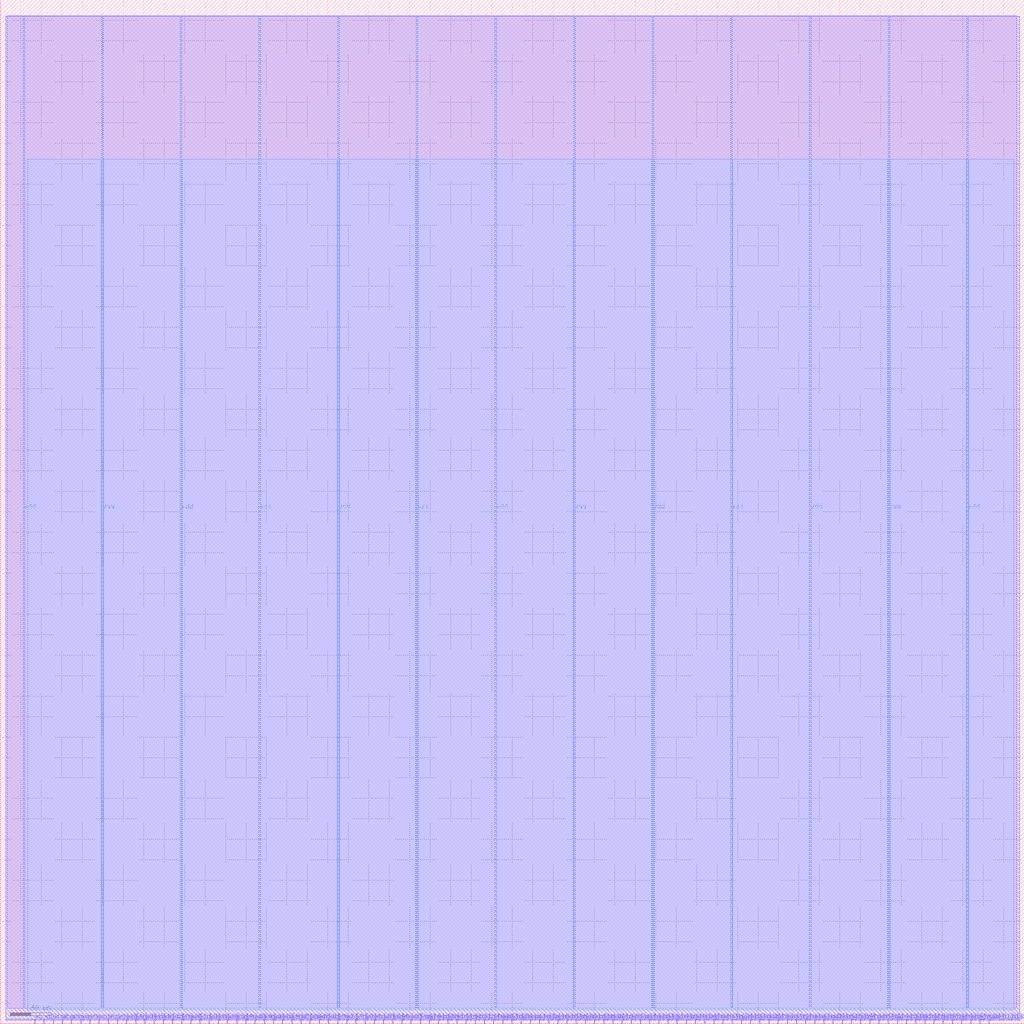
<source format=lef>
VERSION 5.7 ;
  NOWIREEXTENSIONATPIN ON ;
  DIVIDERCHAR "/" ;
  BUSBITCHARS "[]" ;
MACRO gpu
  CLASS BLOCK ;
  FOREIGN gpu ;
  ORIGIN 0.000 0.000 ;
  SIZE 1000.000 BY 1000.000 ;
  PIN user_clock2
    DIRECTION INPUT ;
    USE SIGNAL ;
    PORT
      LAYER Metal2 ;
        RECT 965.440 0.000 966.000 4.000 ;
    END
  END user_clock2
  PIN vdd
    DIRECTION INOUT ;
    USE POWER ;
    PORT
      LAYER Metal4 ;
        RECT 22.240 15.380 23.840 984.220 ;
    END
    PORT
      LAYER Metal4 ;
        RECT 175.840 15.380 177.440 984.220 ;
    END
    PORT
      LAYER Metal4 ;
        RECT 329.440 15.380 331.040 984.220 ;
    END
    PORT
      LAYER Metal4 ;
        RECT 483.040 15.380 484.640 984.220 ;
    END
    PORT
      LAYER Metal4 ;
        RECT 636.640 15.380 638.240 984.220 ;
    END
    PORT
      LAYER Metal4 ;
        RECT 790.240 15.380 791.840 984.220 ;
    END
    PORT
      LAYER Metal4 ;
        RECT 943.840 15.380 945.440 984.220 ;
    END
  END vdd
  PIN vss
    DIRECTION INOUT ;
    USE GROUND ;
    PORT
      LAYER Metal4 ;
        RECT 99.040 15.380 100.640 984.220 ;
    END
    PORT
      LAYER Metal4 ;
        RECT 252.640 15.380 254.240 984.220 ;
    END
    PORT
      LAYER Metal4 ;
        RECT 406.240 15.380 407.840 984.220 ;
    END
    PORT
      LAYER Metal4 ;
        RECT 559.840 15.380 561.440 984.220 ;
    END
    PORT
      LAYER Metal4 ;
        RECT 713.440 15.380 715.040 984.220 ;
    END
    PORT
      LAYER Metal4 ;
        RECT 867.040 15.380 868.640 984.220 ;
    END
  END vss
  PIN wb_clk_i
    DIRECTION INPUT ;
    USE SIGNAL ;
    ANTENNAGATEAREA 4.738000 ;
    ANTENNADIFFAREA 0.410400 ;
    PORT
      LAYER Metal2 ;
        RECT 33.600 0.000 34.160 4.000 ;
    END
  END wb_clk_i
  PIN wb_rst_i
    DIRECTION INPUT ;
    USE SIGNAL ;
    ANTENNAGATEAREA 0.741000 ;
    ANTENNADIFFAREA 0.410400 ;
    PORT
      LAYER Metal2 ;
        RECT 42.560 0.000 43.120 4.000 ;
    END
  END wb_rst_i
  PIN wbs_ack_o
    DIRECTION OUTPUT TRISTATE ;
    USE SIGNAL ;
    ANTENNADIFFAREA 2.080400 ;
    PORT
      LAYER Metal2 ;
        RECT 51.520 0.000 52.080 4.000 ;
    END
  END wbs_ack_o
  PIN wbs_adr_i[10]
    DIRECTION INPUT ;
    USE SIGNAL ;
    ANTENNAGATEAREA 0.741000 ;
    ANTENNADIFFAREA 0.410400 ;
    PORT
      LAYER Metal2 ;
        RECT 374.080 0.000 374.640 4.000 ;
    END
  END wbs_adr_i[10]
  PIN wbs_adr_i[11]
    DIRECTION INPUT ;
    USE SIGNAL ;
    ANTENNAGATEAREA 0.741000 ;
    ANTENNADIFFAREA 0.410400 ;
    PORT
      LAYER Metal2 ;
        RECT 400.960 0.000 401.520 4.000 ;
    END
  END wbs_adr_i[11]
  PIN wbs_adr_i[12]
    DIRECTION INPUT ;
    USE SIGNAL ;
    ANTENNAGATEAREA 0.741000 ;
    ANTENNADIFFAREA 0.410400 ;
    PORT
      LAYER Metal2 ;
        RECT 427.840 0.000 428.400 4.000 ;
    END
  END wbs_adr_i[12]
  PIN wbs_adr_i[13]
    DIRECTION INPUT ;
    USE SIGNAL ;
    ANTENNAGATEAREA 0.741000 ;
    ANTENNADIFFAREA 0.410400 ;
    PORT
      LAYER Metal2 ;
        RECT 454.720 0.000 455.280 4.000 ;
    END
  END wbs_adr_i[13]
  PIN wbs_adr_i[14]
    DIRECTION INPUT ;
    USE SIGNAL ;
    ANTENNAGATEAREA 0.741000 ;
    ANTENNADIFFAREA 0.410400 ;
    PORT
      LAYER Metal2 ;
        RECT 481.600 0.000 482.160 4.000 ;
    END
  END wbs_adr_i[14]
  PIN wbs_adr_i[15]
    DIRECTION INPUT ;
    USE SIGNAL ;
    ANTENNAGATEAREA 0.741000 ;
    ANTENNADIFFAREA 0.410400 ;
    PORT
      LAYER Metal2 ;
        RECT 508.480 0.000 509.040 4.000 ;
    END
  END wbs_adr_i[15]
  PIN wbs_adr_i[16]
    DIRECTION INPUT ;
    USE SIGNAL ;
    ANTENNAGATEAREA 0.741000 ;
    ANTENNADIFFAREA 0.410400 ;
    PORT
      LAYER Metal2 ;
        RECT 535.360 0.000 535.920 4.000 ;
    END
  END wbs_adr_i[16]
  PIN wbs_adr_i[17]
    DIRECTION INPUT ;
    USE SIGNAL ;
    ANTENNAGATEAREA 0.726000 ;
    ANTENNADIFFAREA 0.410400 ;
    PORT
      LAYER Metal2 ;
        RECT 562.240 0.000 562.800 4.000 ;
    END
  END wbs_adr_i[17]
  PIN wbs_adr_i[18]
    DIRECTION INPUT ;
    USE SIGNAL ;
    ANTENNAGATEAREA 0.741000 ;
    ANTENNADIFFAREA 0.410400 ;
    PORT
      LAYER Metal2 ;
        RECT 589.120 0.000 589.680 4.000 ;
    END
  END wbs_adr_i[18]
  PIN wbs_adr_i[19]
    DIRECTION INPUT ;
    USE SIGNAL ;
    ANTENNAGATEAREA 0.726000 ;
    ANTENNADIFFAREA 0.410400 ;
    PORT
      LAYER Metal2 ;
        RECT 616.000 0.000 616.560 4.000 ;
    END
  END wbs_adr_i[19]
  PIN wbs_adr_i[20]
    DIRECTION INPUT ;
    USE SIGNAL ;
    ANTENNAGATEAREA 0.741000 ;
    ANTENNADIFFAREA 0.410400 ;
    PORT
      LAYER Metal2 ;
        RECT 642.880 0.000 643.440 4.000 ;
    END
  END wbs_adr_i[20]
  PIN wbs_adr_i[21]
    DIRECTION INPUT ;
    USE SIGNAL ;
    ANTENNAGATEAREA 0.741000 ;
    ANTENNADIFFAREA 0.410400 ;
    PORT
      LAYER Metal2 ;
        RECT 669.760 0.000 670.320 4.000 ;
    END
  END wbs_adr_i[21]
  PIN wbs_adr_i[22]
    DIRECTION INPUT ;
    USE SIGNAL ;
    ANTENNAGATEAREA 0.741000 ;
    ANTENNADIFFAREA 0.410400 ;
    PORT
      LAYER Metal2 ;
        RECT 696.640 0.000 697.200 4.000 ;
    END
  END wbs_adr_i[22]
  PIN wbs_adr_i[23]
    DIRECTION INPUT ;
    USE SIGNAL ;
    ANTENNAGATEAREA 0.741000 ;
    ANTENNADIFFAREA 0.410400 ;
    PORT
      LAYER Metal2 ;
        RECT 723.520 0.000 724.080 4.000 ;
    END
  END wbs_adr_i[23]
  PIN wbs_adr_i[24]
    DIRECTION INPUT ;
    USE SIGNAL ;
    ANTENNAGATEAREA 0.498500 ;
    ANTENNADIFFAREA 0.410400 ;
    PORT
      LAYER Metal2 ;
        RECT 750.400 0.000 750.960 4.000 ;
    END
  END wbs_adr_i[24]
  PIN wbs_adr_i[25]
    DIRECTION INPUT ;
    USE SIGNAL ;
    ANTENNAGATEAREA 0.741000 ;
    ANTENNADIFFAREA 0.410400 ;
    PORT
      LAYER Metal2 ;
        RECT 777.280 0.000 777.840 4.000 ;
    END
  END wbs_adr_i[25]
  PIN wbs_adr_i[26]
    DIRECTION INPUT ;
    USE SIGNAL ;
    ANTENNAGATEAREA 0.741000 ;
    ANTENNADIFFAREA 0.410400 ;
    PORT
      LAYER Metal2 ;
        RECT 804.160 0.000 804.720 4.000 ;
    END
  END wbs_adr_i[26]
  PIN wbs_adr_i[27]
    DIRECTION INPUT ;
    USE SIGNAL ;
    ANTENNAGATEAREA 0.741000 ;
    ANTENNADIFFAREA 0.410400 ;
    PORT
      LAYER Metal2 ;
        RECT 831.040 0.000 831.600 4.000 ;
    END
  END wbs_adr_i[27]
  PIN wbs_adr_i[28]
    DIRECTION INPUT ;
    USE SIGNAL ;
    ANTENNAGATEAREA 0.741000 ;
    ANTENNADIFFAREA 0.410400 ;
    PORT
      LAYER Metal2 ;
        RECT 857.920 0.000 858.480 4.000 ;
    END
  END wbs_adr_i[28]
  PIN wbs_adr_i[29]
    DIRECTION INPUT ;
    USE SIGNAL ;
    ANTENNAGATEAREA 0.741000 ;
    ANTENNADIFFAREA 0.410400 ;
    PORT
      LAYER Metal2 ;
        RECT 884.800 0.000 885.360 4.000 ;
    END
  END wbs_adr_i[29]
  PIN wbs_adr_i[2]
    DIRECTION INPUT ;
    USE SIGNAL ;
    ANTENNAGATEAREA 1.183000 ;
    ANTENNADIFFAREA 0.410400 ;
    PORT
      LAYER Metal2 ;
        RECT 141.120 0.000 141.680 4.000 ;
    END
  END wbs_adr_i[2]
  PIN wbs_adr_i[30]
    DIRECTION INPUT ;
    USE SIGNAL ;
    ANTENNAGATEAREA 0.741000 ;
    ANTENNADIFFAREA 0.410400 ;
    PORT
      LAYER Metal2 ;
        RECT 911.680 0.000 912.240 4.000 ;
    END
  END wbs_adr_i[30]
  PIN wbs_adr_i[31]
    DIRECTION INPUT ;
    USE SIGNAL ;
    ANTENNAGATEAREA 0.741000 ;
    ANTENNADIFFAREA 0.410400 ;
    PORT
      LAYER Metal2 ;
        RECT 938.560 0.000 939.120 4.000 ;
    END
  END wbs_adr_i[31]
  PIN wbs_adr_i[3]
    DIRECTION INPUT ;
    USE SIGNAL ;
    ANTENNAGATEAREA 1.102000 ;
    ANTENNADIFFAREA 0.410400 ;
    PORT
      LAYER Metal2 ;
        RECT 176.960 0.000 177.520 4.000 ;
    END
  END wbs_adr_i[3]
  PIN wbs_adr_i[4]
    DIRECTION INPUT ;
    USE SIGNAL ;
    ANTENNAGATEAREA 1.102000 ;
    ANTENNADIFFAREA 0.410400 ;
    PORT
      LAYER Metal2 ;
        RECT 212.800 0.000 213.360 4.000 ;
    END
  END wbs_adr_i[4]
  PIN wbs_adr_i[5]
    DIRECTION INPUT ;
    USE SIGNAL ;
    ANTENNAGATEAREA 1.102000 ;
    ANTENNADIFFAREA 0.410400 ;
    PORT
      LAYER Metal2 ;
        RECT 239.680 0.000 240.240 4.000 ;
    END
  END wbs_adr_i[5]
  PIN wbs_adr_i[6]
    DIRECTION INPUT ;
    USE SIGNAL ;
    ANTENNAGATEAREA 1.102000 ;
    ANTENNADIFFAREA 0.410400 ;
    PORT
      LAYER Metal2 ;
        RECT 266.560 0.000 267.120 4.000 ;
    END
  END wbs_adr_i[6]
  PIN wbs_adr_i[7]
    DIRECTION INPUT ;
    USE SIGNAL ;
    ANTENNAGATEAREA 0.498500 ;
    ANTENNADIFFAREA 0.410400 ;
    PORT
      LAYER Metal2 ;
        RECT 293.440 0.000 294.000 4.000 ;
    END
  END wbs_adr_i[7]
  PIN wbs_adr_i[8]
    DIRECTION INPUT ;
    USE SIGNAL ;
    ANTENNAGATEAREA 0.741000 ;
    ANTENNADIFFAREA 0.410400 ;
    PORT
      LAYER Metal2 ;
        RECT 320.320 0.000 320.880 4.000 ;
    END
  END wbs_adr_i[8]
  PIN wbs_adr_i[9]
    DIRECTION INPUT ;
    USE SIGNAL ;
    ANTENNAGATEAREA 0.741000 ;
    ANTENNADIFFAREA 0.410400 ;
    PORT
      LAYER Metal2 ;
        RECT 347.200 0.000 347.760 4.000 ;
    END
  END wbs_adr_i[9]
  PIN wbs_cyc_i
    DIRECTION INPUT ;
    USE SIGNAL ;
    ANTENNAGATEAREA 0.498500 ;
    ANTENNADIFFAREA 0.410400 ;
    PORT
      LAYER Metal2 ;
        RECT 60.480 0.000 61.040 4.000 ;
    END
  END wbs_cyc_i
  PIN wbs_dat_i[0]
    DIRECTION INPUT ;
    USE SIGNAL ;
    ANTENNAGATEAREA 0.498500 ;
    ANTENNADIFFAREA 0.410400 ;
    PORT
      LAYER Metal2 ;
        RECT 87.360 0.000 87.920 4.000 ;
    END
  END wbs_dat_i[0]
  PIN wbs_dat_i[10]
    DIRECTION INPUT ;
    USE SIGNAL ;
    ANTENNAGATEAREA 0.741000 ;
    ANTENNADIFFAREA 0.410400 ;
    PORT
      LAYER Metal2 ;
        RECT 383.040 0.000 383.600 4.000 ;
    END
  END wbs_dat_i[10]
  PIN wbs_dat_i[11]
    DIRECTION INPUT ;
    USE SIGNAL ;
    ANTENNAGATEAREA 0.498500 ;
    ANTENNADIFFAREA 0.410400 ;
    PORT
      LAYER Metal2 ;
        RECT 409.920 0.000 410.480 4.000 ;
    END
  END wbs_dat_i[11]
  PIN wbs_dat_i[12]
    DIRECTION INPUT ;
    USE SIGNAL ;
    ANTENNAGATEAREA 0.741000 ;
    ANTENNADIFFAREA 0.410400 ;
    PORT
      LAYER Metal2 ;
        RECT 436.800 0.000 437.360 4.000 ;
    END
  END wbs_dat_i[12]
  PIN wbs_dat_i[13]
    DIRECTION INPUT ;
    USE SIGNAL ;
    ANTENNAGATEAREA 0.741000 ;
    ANTENNADIFFAREA 0.410400 ;
    PORT
      LAYER Metal2 ;
        RECT 463.680 0.000 464.240 4.000 ;
    END
  END wbs_dat_i[13]
  PIN wbs_dat_i[14]
    DIRECTION INPUT ;
    USE SIGNAL ;
    ANTENNAGATEAREA 0.498500 ;
    ANTENNADIFFAREA 0.410400 ;
    PORT
      LAYER Metal2 ;
        RECT 490.560 0.000 491.120 4.000 ;
    END
  END wbs_dat_i[14]
  PIN wbs_dat_i[15]
    DIRECTION INPUT ;
    USE SIGNAL ;
    ANTENNAGATEAREA 0.498500 ;
    ANTENNADIFFAREA 0.410400 ;
    PORT
      LAYER Metal2 ;
        RECT 517.440 0.000 518.000 4.000 ;
    END
  END wbs_dat_i[15]
  PIN wbs_dat_i[16]
    DIRECTION INPUT ;
    USE SIGNAL ;
    ANTENNAGATEAREA 0.741000 ;
    ANTENNADIFFAREA 0.410400 ;
    PORT
      LAYER Metal2 ;
        RECT 544.320 0.000 544.880 4.000 ;
    END
  END wbs_dat_i[16]
  PIN wbs_dat_i[17]
    DIRECTION INPUT ;
    USE SIGNAL ;
    ANTENNAGATEAREA 0.741000 ;
    ANTENNADIFFAREA 0.410400 ;
    PORT
      LAYER Metal2 ;
        RECT 571.200 0.000 571.760 4.000 ;
    END
  END wbs_dat_i[17]
  PIN wbs_dat_i[18]
    DIRECTION INPUT ;
    USE SIGNAL ;
    ANTENNAGATEAREA 0.741000 ;
    ANTENNADIFFAREA 0.410400 ;
    PORT
      LAYER Metal2 ;
        RECT 598.080 0.000 598.640 4.000 ;
    END
  END wbs_dat_i[18]
  PIN wbs_dat_i[19]
    DIRECTION INPUT ;
    USE SIGNAL ;
    ANTENNAGATEAREA 0.741000 ;
    ANTENNADIFFAREA 0.410400 ;
    PORT
      LAYER Metal2 ;
        RECT 624.960 0.000 625.520 4.000 ;
    END
  END wbs_dat_i[19]
  PIN wbs_dat_i[1]
    DIRECTION INPUT ;
    USE SIGNAL ;
    ANTENNAGATEAREA 0.498500 ;
    ANTENNADIFFAREA 0.410400 ;
    PORT
      LAYER Metal2 ;
        RECT 114.240 0.000 114.800 4.000 ;
    END
  END wbs_dat_i[1]
  PIN wbs_dat_i[20]
    DIRECTION INPUT ;
    USE SIGNAL ;
    ANTENNAGATEAREA 0.741000 ;
    ANTENNADIFFAREA 0.410400 ;
    PORT
      LAYER Metal2 ;
        RECT 651.840 0.000 652.400 4.000 ;
    END
  END wbs_dat_i[20]
  PIN wbs_dat_i[21]
    DIRECTION INPUT ;
    USE SIGNAL ;
    ANTENNAGATEAREA 0.741000 ;
    ANTENNADIFFAREA 0.410400 ;
    PORT
      LAYER Metal2 ;
        RECT 678.720 0.000 679.280 4.000 ;
    END
  END wbs_dat_i[21]
  PIN wbs_dat_i[22]
    DIRECTION INPUT ;
    USE SIGNAL ;
    ANTENNAGATEAREA 0.741000 ;
    ANTENNADIFFAREA 0.410400 ;
    PORT
      LAYER Metal2 ;
        RECT 705.600 0.000 706.160 4.000 ;
    END
  END wbs_dat_i[22]
  PIN wbs_dat_i[23]
    DIRECTION INPUT ;
    USE SIGNAL ;
    ANTENNAGATEAREA 0.741000 ;
    ANTENNADIFFAREA 0.410400 ;
    PORT
      LAYER Metal2 ;
        RECT 732.480 0.000 733.040 4.000 ;
    END
  END wbs_dat_i[23]
  PIN wbs_dat_i[24]
    DIRECTION INPUT ;
    USE SIGNAL ;
    ANTENNAGATEAREA 0.741000 ;
    ANTENNADIFFAREA 0.410400 ;
    PORT
      LAYER Metal2 ;
        RECT 759.360 0.000 759.920 4.000 ;
    END
  END wbs_dat_i[24]
  PIN wbs_dat_i[25]
    DIRECTION INPUT ;
    USE SIGNAL ;
    ANTENNAGATEAREA 0.741000 ;
    ANTENNADIFFAREA 0.410400 ;
    PORT
      LAYER Metal2 ;
        RECT 786.240 0.000 786.800 4.000 ;
    END
  END wbs_dat_i[25]
  PIN wbs_dat_i[26]
    DIRECTION INPUT ;
    USE SIGNAL ;
    ANTENNAGATEAREA 0.741000 ;
    ANTENNADIFFAREA 0.410400 ;
    PORT
      LAYER Metal2 ;
        RECT 813.120 0.000 813.680 4.000 ;
    END
  END wbs_dat_i[26]
  PIN wbs_dat_i[27]
    DIRECTION INPUT ;
    USE SIGNAL ;
    ANTENNAGATEAREA 0.741000 ;
    ANTENNADIFFAREA 0.410400 ;
    PORT
      LAYER Metal2 ;
        RECT 840.000 0.000 840.560 4.000 ;
    END
  END wbs_dat_i[27]
  PIN wbs_dat_i[28]
    DIRECTION INPUT ;
    USE SIGNAL ;
    ANTENNAGATEAREA 0.741000 ;
    ANTENNADIFFAREA 0.410400 ;
    PORT
      LAYER Metal2 ;
        RECT 866.880 0.000 867.440 4.000 ;
    END
  END wbs_dat_i[28]
  PIN wbs_dat_i[29]
    DIRECTION INPUT ;
    USE SIGNAL ;
    ANTENNAGATEAREA 0.741000 ;
    ANTENNADIFFAREA 0.410400 ;
    PORT
      LAYER Metal2 ;
        RECT 893.760 0.000 894.320 4.000 ;
    END
  END wbs_dat_i[29]
  PIN wbs_dat_i[2]
    DIRECTION INPUT ;
    USE SIGNAL ;
    ANTENNAGATEAREA 0.498500 ;
    ANTENNADIFFAREA 0.410400 ;
    PORT
      LAYER Metal2 ;
        RECT 150.080 0.000 150.640 4.000 ;
    END
  END wbs_dat_i[2]
  PIN wbs_dat_i[30]
    DIRECTION INPUT ;
    USE SIGNAL ;
    ANTENNAGATEAREA 0.741000 ;
    ANTENNADIFFAREA 0.410400 ;
    PORT
      LAYER Metal2 ;
        RECT 920.640 0.000 921.200 4.000 ;
    END
  END wbs_dat_i[30]
  PIN wbs_dat_i[31]
    DIRECTION INPUT ;
    USE SIGNAL ;
    ANTENNAGATEAREA 0.498500 ;
    ANTENNADIFFAREA 0.410400 ;
    PORT
      LAYER Metal2 ;
        RECT 947.520 0.000 948.080 4.000 ;
    END
  END wbs_dat_i[31]
  PIN wbs_dat_i[3]
    DIRECTION INPUT ;
    USE SIGNAL ;
    ANTENNAGATEAREA 0.498500 ;
    ANTENNADIFFAREA 0.410400 ;
    PORT
      LAYER Metal2 ;
        RECT 185.920 0.000 186.480 4.000 ;
    END
  END wbs_dat_i[3]
  PIN wbs_dat_i[4]
    DIRECTION INPUT ;
    USE SIGNAL ;
    ANTENNAGATEAREA 0.741000 ;
    ANTENNADIFFAREA 0.410400 ;
    PORT
      LAYER Metal2 ;
        RECT 221.760 0.000 222.320 4.000 ;
    END
  END wbs_dat_i[4]
  PIN wbs_dat_i[5]
    DIRECTION INPUT ;
    USE SIGNAL ;
    ANTENNAGATEAREA 0.741000 ;
    ANTENNADIFFAREA 0.410400 ;
    PORT
      LAYER Metal2 ;
        RECT 248.640 0.000 249.200 4.000 ;
    END
  END wbs_dat_i[5]
  PIN wbs_dat_i[6]
    DIRECTION INPUT ;
    USE SIGNAL ;
    ANTENNAGATEAREA 0.741000 ;
    ANTENNADIFFAREA 0.410400 ;
    PORT
      LAYER Metal2 ;
        RECT 275.520 0.000 276.080 4.000 ;
    END
  END wbs_dat_i[6]
  PIN wbs_dat_i[7]
    DIRECTION INPUT ;
    USE SIGNAL ;
    ANTENNAGATEAREA 0.741000 ;
    ANTENNADIFFAREA 0.410400 ;
    PORT
      LAYER Metal2 ;
        RECT 302.400 0.000 302.960 4.000 ;
    END
  END wbs_dat_i[7]
  PIN wbs_dat_i[8]
    DIRECTION INPUT ;
    USE SIGNAL ;
    ANTENNAGATEAREA 0.498500 ;
    ANTENNADIFFAREA 0.410400 ;
    PORT
      LAYER Metal2 ;
        RECT 329.280 0.000 329.840 4.000 ;
    END
  END wbs_dat_i[8]
  PIN wbs_dat_i[9]
    DIRECTION INPUT ;
    USE SIGNAL ;
    ANTENNAGATEAREA 0.741000 ;
    ANTENNADIFFAREA 0.410400 ;
    PORT
      LAYER Metal2 ;
        RECT 356.160 0.000 356.720 4.000 ;
    END
  END wbs_dat_i[9]
  PIN wbs_dat_o[0]
    DIRECTION OUTPUT TRISTATE ;
    USE SIGNAL ;
    ANTENNADIFFAREA 2.080400 ;
    PORT
      LAYER Metal2 ;
        RECT 96.320 0.000 96.880 4.000 ;
    END
  END wbs_dat_o[0]
  PIN wbs_dat_o[10]
    DIRECTION OUTPUT TRISTATE ;
    USE SIGNAL ;
    ANTENNADIFFAREA 2.080400 ;
    PORT
      LAYER Metal2 ;
        RECT 392.000 0.000 392.560 4.000 ;
    END
  END wbs_dat_o[10]
  PIN wbs_dat_o[11]
    DIRECTION OUTPUT TRISTATE ;
    USE SIGNAL ;
    ANTENNADIFFAREA 2.080400 ;
    PORT
      LAYER Metal2 ;
        RECT 418.880 0.000 419.440 4.000 ;
    END
  END wbs_dat_o[11]
  PIN wbs_dat_o[12]
    DIRECTION OUTPUT TRISTATE ;
    USE SIGNAL ;
    ANTENNADIFFAREA 2.080400 ;
    PORT
      LAYER Metal2 ;
        RECT 445.760 0.000 446.320 4.000 ;
    END
  END wbs_dat_o[12]
  PIN wbs_dat_o[13]
    DIRECTION OUTPUT TRISTATE ;
    USE SIGNAL ;
    ANTENNADIFFAREA 2.080400 ;
    PORT
      LAYER Metal2 ;
        RECT 472.640 0.000 473.200 4.000 ;
    END
  END wbs_dat_o[13]
  PIN wbs_dat_o[14]
    DIRECTION OUTPUT TRISTATE ;
    USE SIGNAL ;
    ANTENNADIFFAREA 2.080400 ;
    PORT
      LAYER Metal2 ;
        RECT 499.520 0.000 500.080 4.000 ;
    END
  END wbs_dat_o[14]
  PIN wbs_dat_o[15]
    DIRECTION OUTPUT TRISTATE ;
    USE SIGNAL ;
    ANTENNADIFFAREA 2.080400 ;
    PORT
      LAYER Metal2 ;
        RECT 526.400 0.000 526.960 4.000 ;
    END
  END wbs_dat_o[15]
  PIN wbs_dat_o[16]
    DIRECTION OUTPUT TRISTATE ;
    USE SIGNAL ;
    ANTENNADIFFAREA 2.080400 ;
    PORT
      LAYER Metal2 ;
        RECT 553.280 0.000 553.840 4.000 ;
    END
  END wbs_dat_o[16]
  PIN wbs_dat_o[17]
    DIRECTION OUTPUT TRISTATE ;
    USE SIGNAL ;
    ANTENNADIFFAREA 2.080400 ;
    PORT
      LAYER Metal2 ;
        RECT 580.160 0.000 580.720 4.000 ;
    END
  END wbs_dat_o[17]
  PIN wbs_dat_o[18]
    DIRECTION OUTPUT TRISTATE ;
    USE SIGNAL ;
    ANTENNADIFFAREA 2.080400 ;
    PORT
      LAYER Metal2 ;
        RECT 607.040 0.000 607.600 4.000 ;
    END
  END wbs_dat_o[18]
  PIN wbs_dat_o[19]
    DIRECTION OUTPUT TRISTATE ;
    USE SIGNAL ;
    ANTENNADIFFAREA 2.080400 ;
    PORT
      LAYER Metal2 ;
        RECT 633.920 0.000 634.480 4.000 ;
    END
  END wbs_dat_o[19]
  PIN wbs_dat_o[1]
    DIRECTION OUTPUT TRISTATE ;
    USE SIGNAL ;
    ANTENNADIFFAREA 2.080400 ;
    PORT
      LAYER Metal2 ;
        RECT 123.200 0.000 123.760 4.000 ;
    END
  END wbs_dat_o[1]
  PIN wbs_dat_o[20]
    DIRECTION OUTPUT TRISTATE ;
    USE SIGNAL ;
    ANTENNADIFFAREA 2.080400 ;
    PORT
      LAYER Metal2 ;
        RECT 660.800 0.000 661.360 4.000 ;
    END
  END wbs_dat_o[20]
  PIN wbs_dat_o[21]
    DIRECTION OUTPUT TRISTATE ;
    USE SIGNAL ;
    ANTENNADIFFAREA 2.080400 ;
    PORT
      LAYER Metal2 ;
        RECT 687.680 0.000 688.240 4.000 ;
    END
  END wbs_dat_o[21]
  PIN wbs_dat_o[22]
    DIRECTION OUTPUT TRISTATE ;
    USE SIGNAL ;
    ANTENNADIFFAREA 2.080400 ;
    PORT
      LAYER Metal2 ;
        RECT 714.560 0.000 715.120 4.000 ;
    END
  END wbs_dat_o[22]
  PIN wbs_dat_o[23]
    DIRECTION OUTPUT TRISTATE ;
    USE SIGNAL ;
    ANTENNADIFFAREA 2.080400 ;
    PORT
      LAYER Metal2 ;
        RECT 741.440 0.000 742.000 4.000 ;
    END
  END wbs_dat_o[23]
  PIN wbs_dat_o[24]
    DIRECTION OUTPUT TRISTATE ;
    USE SIGNAL ;
    ANTENNADIFFAREA 2.080400 ;
    PORT
      LAYER Metal2 ;
        RECT 768.320 0.000 768.880 4.000 ;
    END
  END wbs_dat_o[24]
  PIN wbs_dat_o[25]
    DIRECTION OUTPUT TRISTATE ;
    USE SIGNAL ;
    ANTENNADIFFAREA 2.080400 ;
    PORT
      LAYER Metal2 ;
        RECT 795.200 0.000 795.760 4.000 ;
    END
  END wbs_dat_o[25]
  PIN wbs_dat_o[26]
    DIRECTION OUTPUT TRISTATE ;
    USE SIGNAL ;
    ANTENNADIFFAREA 2.080400 ;
    PORT
      LAYER Metal2 ;
        RECT 822.080 0.000 822.640 4.000 ;
    END
  END wbs_dat_o[26]
  PIN wbs_dat_o[27]
    DIRECTION OUTPUT TRISTATE ;
    USE SIGNAL ;
    ANTENNADIFFAREA 2.080400 ;
    PORT
      LAYER Metal2 ;
        RECT 848.960 0.000 849.520 4.000 ;
    END
  END wbs_dat_o[27]
  PIN wbs_dat_o[28]
    DIRECTION OUTPUT TRISTATE ;
    USE SIGNAL ;
    ANTENNADIFFAREA 2.080400 ;
    PORT
      LAYER Metal2 ;
        RECT 875.840 0.000 876.400 4.000 ;
    END
  END wbs_dat_o[28]
  PIN wbs_dat_o[29]
    DIRECTION OUTPUT TRISTATE ;
    USE SIGNAL ;
    ANTENNADIFFAREA 2.080400 ;
    PORT
      LAYER Metal2 ;
        RECT 902.720 0.000 903.280 4.000 ;
    END
  END wbs_dat_o[29]
  PIN wbs_dat_o[2]
    DIRECTION OUTPUT TRISTATE ;
    USE SIGNAL ;
    ANTENNADIFFAREA 2.080400 ;
    PORT
      LAYER Metal2 ;
        RECT 159.040 0.000 159.600 4.000 ;
    END
  END wbs_dat_o[2]
  PIN wbs_dat_o[30]
    DIRECTION OUTPUT TRISTATE ;
    USE SIGNAL ;
    ANTENNADIFFAREA 2.080400 ;
    PORT
      LAYER Metal2 ;
        RECT 929.600 0.000 930.160 4.000 ;
    END
  END wbs_dat_o[30]
  PIN wbs_dat_o[31]
    DIRECTION OUTPUT TRISTATE ;
    USE SIGNAL ;
    ANTENNADIFFAREA 2.080400 ;
    PORT
      LAYER Metal2 ;
        RECT 956.480 0.000 957.040 4.000 ;
    END
  END wbs_dat_o[31]
  PIN wbs_dat_o[3]
    DIRECTION OUTPUT TRISTATE ;
    USE SIGNAL ;
    ANTENNADIFFAREA 2.080400 ;
    PORT
      LAYER Metal2 ;
        RECT 194.880 0.000 195.440 4.000 ;
    END
  END wbs_dat_o[3]
  PIN wbs_dat_o[4]
    DIRECTION OUTPUT TRISTATE ;
    USE SIGNAL ;
    ANTENNADIFFAREA 2.080400 ;
    PORT
      LAYER Metal2 ;
        RECT 230.720 0.000 231.280 4.000 ;
    END
  END wbs_dat_o[4]
  PIN wbs_dat_o[5]
    DIRECTION OUTPUT TRISTATE ;
    USE SIGNAL ;
    ANTENNADIFFAREA 2.080400 ;
    PORT
      LAYER Metal2 ;
        RECT 257.600 0.000 258.160 4.000 ;
    END
  END wbs_dat_o[5]
  PIN wbs_dat_o[6]
    DIRECTION OUTPUT TRISTATE ;
    USE SIGNAL ;
    ANTENNADIFFAREA 2.080400 ;
    PORT
      LAYER Metal2 ;
        RECT 284.480 0.000 285.040 4.000 ;
    END
  END wbs_dat_o[6]
  PIN wbs_dat_o[7]
    DIRECTION OUTPUT TRISTATE ;
    USE SIGNAL ;
    ANTENNADIFFAREA 2.080400 ;
    PORT
      LAYER Metal2 ;
        RECT 311.360 0.000 311.920 4.000 ;
    END
  END wbs_dat_o[7]
  PIN wbs_dat_o[8]
    DIRECTION OUTPUT TRISTATE ;
    USE SIGNAL ;
    ANTENNADIFFAREA 2.080400 ;
    PORT
      LAYER Metal2 ;
        RECT 338.240 0.000 338.800 4.000 ;
    END
  END wbs_dat_o[8]
  PIN wbs_dat_o[9]
    DIRECTION OUTPUT TRISTATE ;
    USE SIGNAL ;
    ANTENNADIFFAREA 2.080400 ;
    PORT
      LAYER Metal2 ;
        RECT 365.120 0.000 365.680 4.000 ;
    END
  END wbs_dat_o[9]
  PIN wbs_sel_i[0]
    DIRECTION INPUT ;
    USE SIGNAL ;
    ANTENNAGATEAREA 0.498500 ;
    ANTENNADIFFAREA 0.410400 ;
    PORT
      LAYER Metal2 ;
        RECT 105.280 0.000 105.840 4.000 ;
    END
  END wbs_sel_i[0]
  PIN wbs_sel_i[1]
    DIRECTION INPUT ;
    USE SIGNAL ;
    ANTENNAGATEAREA 0.726000 ;
    ANTENNADIFFAREA 0.410400 ;
    PORT
      LAYER Metal2 ;
        RECT 132.160 0.000 132.720 4.000 ;
    END
  END wbs_sel_i[1]
  PIN wbs_sel_i[2]
    DIRECTION INPUT ;
    USE SIGNAL ;
    ANTENNAGATEAREA 0.726000 ;
    ANTENNADIFFAREA 0.410400 ;
    PORT
      LAYER Metal2 ;
        RECT 168.000 0.000 168.560 4.000 ;
    END
  END wbs_sel_i[2]
  PIN wbs_sel_i[3]
    DIRECTION INPUT ;
    USE SIGNAL ;
    ANTENNAGATEAREA 1.183000 ;
    ANTENNADIFFAREA 0.410400 ;
    PORT
      LAYER Metal2 ;
        RECT 203.840 0.000 204.400 4.000 ;
    END
  END wbs_sel_i[3]
  PIN wbs_stb_i
    DIRECTION INPUT ;
    USE SIGNAL ;
    ANTENNAGATEAREA 0.498500 ;
    ANTENNADIFFAREA 0.410400 ;
    PORT
      LAYER Metal2 ;
        RECT 69.440 0.000 70.000 4.000 ;
    END
  END wbs_stb_i
  PIN wbs_we_i
    DIRECTION INPUT ;
    USE SIGNAL ;
    ANTENNAGATEAREA 1.183000 ;
    ANTENNADIFFAREA 0.410400 ;
    PORT
      LAYER Metal2 ;
        RECT 78.400 0.000 78.960 4.000 ;
    END
  END wbs_we_i
  OBS
      LAYER Metal1 ;
        RECT 6.720 15.380 992.880 984.220 ;
      LAYER Metal2 ;
        RECT 5.180 4.300 995.540 984.110 ;
        RECT 5.180 3.500 33.300 4.300 ;
        RECT 34.460 3.500 42.260 4.300 ;
        RECT 43.420 3.500 51.220 4.300 ;
        RECT 52.380 3.500 60.180 4.300 ;
        RECT 61.340 3.500 69.140 4.300 ;
        RECT 70.300 3.500 78.100 4.300 ;
        RECT 79.260 3.500 87.060 4.300 ;
        RECT 88.220 3.500 96.020 4.300 ;
        RECT 97.180 3.500 104.980 4.300 ;
        RECT 106.140 3.500 113.940 4.300 ;
        RECT 115.100 3.500 122.900 4.300 ;
        RECT 124.060 3.500 131.860 4.300 ;
        RECT 133.020 3.500 140.820 4.300 ;
        RECT 141.980 3.500 149.780 4.300 ;
        RECT 150.940 3.500 158.740 4.300 ;
        RECT 159.900 3.500 167.700 4.300 ;
        RECT 168.860 3.500 176.660 4.300 ;
        RECT 177.820 3.500 185.620 4.300 ;
        RECT 186.780 3.500 194.580 4.300 ;
        RECT 195.740 3.500 203.540 4.300 ;
        RECT 204.700 3.500 212.500 4.300 ;
        RECT 213.660 3.500 221.460 4.300 ;
        RECT 222.620 3.500 230.420 4.300 ;
        RECT 231.580 3.500 239.380 4.300 ;
        RECT 240.540 3.500 248.340 4.300 ;
        RECT 249.500 3.500 257.300 4.300 ;
        RECT 258.460 3.500 266.260 4.300 ;
        RECT 267.420 3.500 275.220 4.300 ;
        RECT 276.380 3.500 284.180 4.300 ;
        RECT 285.340 3.500 293.140 4.300 ;
        RECT 294.300 3.500 302.100 4.300 ;
        RECT 303.260 3.500 311.060 4.300 ;
        RECT 312.220 3.500 320.020 4.300 ;
        RECT 321.180 3.500 328.980 4.300 ;
        RECT 330.140 3.500 337.940 4.300 ;
        RECT 339.100 3.500 346.900 4.300 ;
        RECT 348.060 3.500 355.860 4.300 ;
        RECT 357.020 3.500 364.820 4.300 ;
        RECT 365.980 3.500 373.780 4.300 ;
        RECT 374.940 3.500 382.740 4.300 ;
        RECT 383.900 3.500 391.700 4.300 ;
        RECT 392.860 3.500 400.660 4.300 ;
        RECT 401.820 3.500 409.620 4.300 ;
        RECT 410.780 3.500 418.580 4.300 ;
        RECT 419.740 3.500 427.540 4.300 ;
        RECT 428.700 3.500 436.500 4.300 ;
        RECT 437.660 3.500 445.460 4.300 ;
        RECT 446.620 3.500 454.420 4.300 ;
        RECT 455.580 3.500 463.380 4.300 ;
        RECT 464.540 3.500 472.340 4.300 ;
        RECT 473.500 3.500 481.300 4.300 ;
        RECT 482.460 3.500 490.260 4.300 ;
        RECT 491.420 3.500 499.220 4.300 ;
        RECT 500.380 3.500 508.180 4.300 ;
        RECT 509.340 3.500 517.140 4.300 ;
        RECT 518.300 3.500 526.100 4.300 ;
        RECT 527.260 3.500 535.060 4.300 ;
        RECT 536.220 3.500 544.020 4.300 ;
        RECT 545.180 3.500 552.980 4.300 ;
        RECT 554.140 3.500 561.940 4.300 ;
        RECT 563.100 3.500 570.900 4.300 ;
        RECT 572.060 3.500 579.860 4.300 ;
        RECT 581.020 3.500 588.820 4.300 ;
        RECT 589.980 3.500 597.780 4.300 ;
        RECT 598.940 3.500 606.740 4.300 ;
        RECT 607.900 3.500 615.700 4.300 ;
        RECT 616.860 3.500 624.660 4.300 ;
        RECT 625.820 3.500 633.620 4.300 ;
        RECT 634.780 3.500 642.580 4.300 ;
        RECT 643.740 3.500 651.540 4.300 ;
        RECT 652.700 3.500 660.500 4.300 ;
        RECT 661.660 3.500 669.460 4.300 ;
        RECT 670.620 3.500 678.420 4.300 ;
        RECT 679.580 3.500 687.380 4.300 ;
        RECT 688.540 3.500 696.340 4.300 ;
        RECT 697.500 3.500 705.300 4.300 ;
        RECT 706.460 3.500 714.260 4.300 ;
        RECT 715.420 3.500 723.220 4.300 ;
        RECT 724.380 3.500 732.180 4.300 ;
        RECT 733.340 3.500 741.140 4.300 ;
        RECT 742.300 3.500 750.100 4.300 ;
        RECT 751.260 3.500 759.060 4.300 ;
        RECT 760.220 3.500 768.020 4.300 ;
        RECT 769.180 3.500 776.980 4.300 ;
        RECT 778.140 3.500 785.940 4.300 ;
        RECT 787.100 3.500 794.900 4.300 ;
        RECT 796.060 3.500 803.860 4.300 ;
        RECT 805.020 3.500 812.820 4.300 ;
        RECT 813.980 3.500 821.780 4.300 ;
        RECT 822.940 3.500 830.740 4.300 ;
        RECT 831.900 3.500 839.700 4.300 ;
        RECT 840.860 3.500 848.660 4.300 ;
        RECT 849.820 3.500 857.620 4.300 ;
        RECT 858.780 3.500 866.580 4.300 ;
        RECT 867.740 3.500 875.540 4.300 ;
        RECT 876.700 3.500 884.500 4.300 ;
        RECT 885.660 3.500 893.460 4.300 ;
        RECT 894.620 3.500 902.420 4.300 ;
        RECT 903.580 3.500 911.380 4.300 ;
        RECT 912.540 3.500 920.340 4.300 ;
        RECT 921.500 3.500 929.300 4.300 ;
        RECT 930.460 3.500 938.260 4.300 ;
        RECT 939.420 3.500 947.220 4.300 ;
        RECT 948.380 3.500 956.180 4.300 ;
        RECT 957.340 3.500 965.140 4.300 ;
        RECT 966.300 3.500 995.540 4.300 ;
      LAYER Metal3 ;
        RECT 5.130 4.620 995.590 984.060 ;
      LAYER Metal4 ;
        RECT 27.020 15.080 98.740 844.390 ;
        RECT 100.940 15.080 175.540 844.390 ;
        RECT 177.740 15.080 252.340 844.390 ;
        RECT 254.540 15.080 329.140 844.390 ;
        RECT 331.340 15.080 405.940 844.390 ;
        RECT 408.140 15.080 482.740 844.390 ;
        RECT 484.940 15.080 559.540 844.390 ;
        RECT 561.740 15.080 636.340 844.390 ;
        RECT 638.540 15.080 713.140 844.390 ;
        RECT 715.340 15.080 789.940 844.390 ;
        RECT 792.140 15.080 866.740 844.390 ;
        RECT 868.940 15.080 943.540 844.390 ;
        RECT 945.740 15.080 989.940 844.390 ;
        RECT 27.020 13.530 989.940 15.080 ;
  END
END gpu
END LIBRARY


</source>
